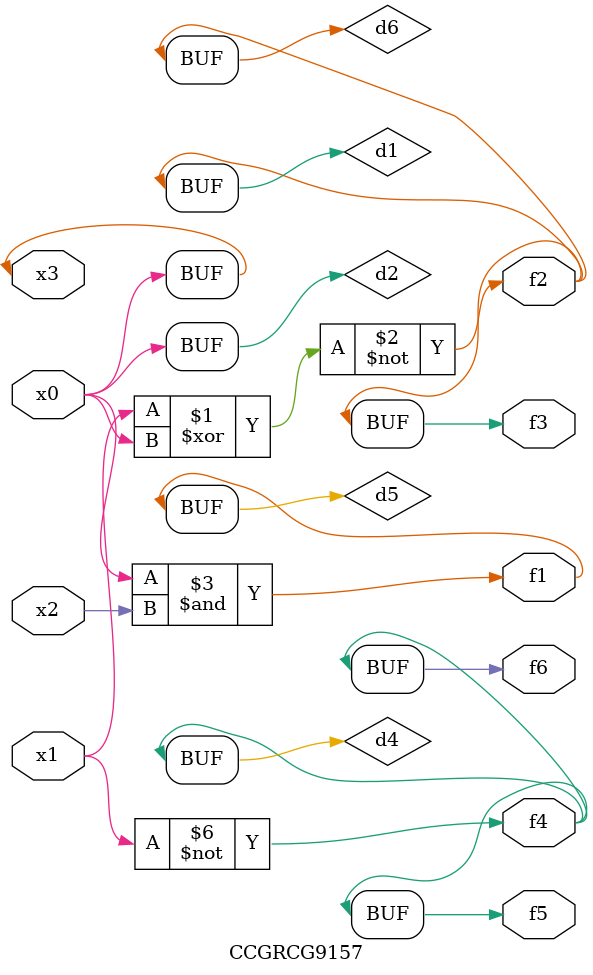
<source format=v>
module CCGRCG9157(
	input x0, x1, x2, x3,
	output f1, f2, f3, f4, f5, f6
);

	wire d1, d2, d3, d4, d5, d6;

	xnor (d1, x1, x3);
	buf (d2, x0, x3);
	nand (d3, x0, x2);
	not (d4, x1);
	nand (d5, d3);
	or (d6, d1);
	assign f1 = d5;
	assign f2 = d6;
	assign f3 = d6;
	assign f4 = d4;
	assign f5 = d4;
	assign f6 = d4;
endmodule

</source>
